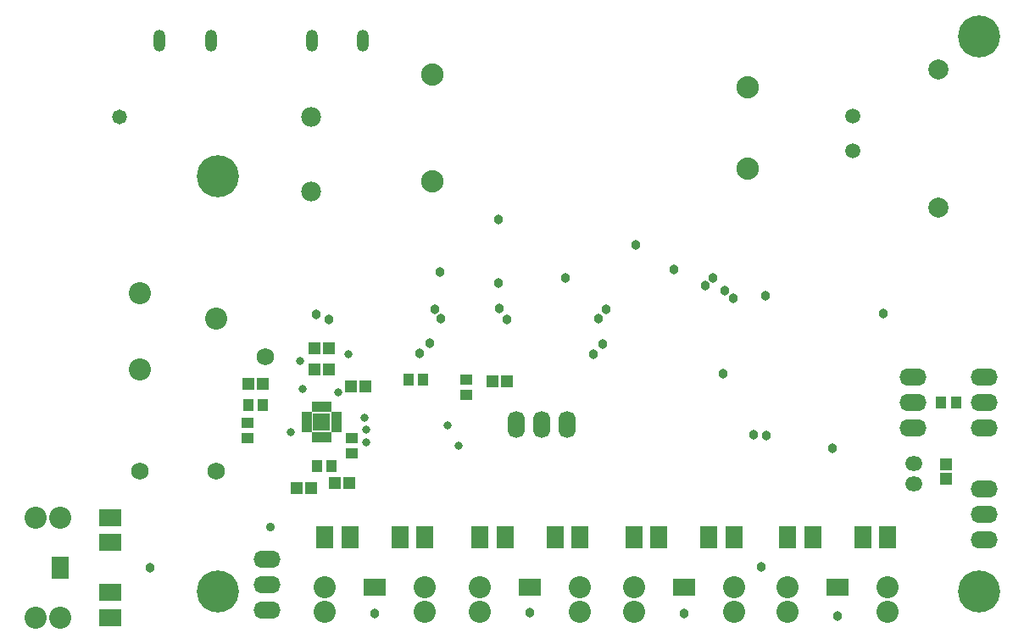
<source format=gbs>
G04*
G04 #@! TF.GenerationSoftware,Altium Limited,Altium Designer,20.0.13 (296)*
G04*
G04 Layer_Color=16711935*
%FSLAX25Y25*%
%MOIN*%
G70*
G01*
G75*
%ADD17R,0.04934X0.04540*%
%ADD18R,0.04343X0.05131*%
%ADD19R,0.04540X0.04934*%
%ADD20R,0.05131X0.04343*%
%ADD29C,0.06800*%
%ADD30O,0.06800X0.05721*%
%ADD31O,0.06800X0.10642*%
%ADD32O,0.10642X0.06800*%
%ADD33R,0.06800X0.08674*%
%ADD34R,0.08674X0.06800*%
%ADD35C,0.08674*%
%ADD36R,0.06800X0.08674*%
%ADD37R,0.08674X0.06800*%
%ADD38C,0.08800*%
%ADD39C,0.05918*%
%ADD40O,0.04737X0.08674*%
%ADD41C,0.07800*%
%ADD42C,0.07887*%
%ADD43C,0.03300*%
%ADD44C,0.03800*%
%ADD45C,0.03200*%
%ADD46C,0.03600*%
%ADD47C,0.16548*%
%ADD48C,0.05800*%
%ADD88R,0.06700X0.06700*%
%ADD89R,0.03900X0.01900*%
%ADD90R,0.01900X0.03900*%
D17*
X365000Y67854D02*
D03*
Y62146D02*
D03*
D18*
X96453Y91000D02*
D03*
X90547D02*
D03*
X159453Y101000D02*
D03*
X153547D02*
D03*
X123453Y67000D02*
D03*
X117547D02*
D03*
X363047Y92000D02*
D03*
X368953D02*
D03*
D19*
X131146Y98500D02*
D03*
X136854D02*
D03*
X96354Y99500D02*
D03*
X90646D02*
D03*
X116646Y105000D02*
D03*
X122354D02*
D03*
X116646Y113500D02*
D03*
X122354D02*
D03*
X124646Y60500D02*
D03*
X130354D02*
D03*
X115354Y58500D02*
D03*
X109646D02*
D03*
X186646Y100500D02*
D03*
X192354D02*
D03*
D20*
X131500Y77953D02*
D03*
Y72047D02*
D03*
X90500Y83953D02*
D03*
Y78047D02*
D03*
X176500Y95047D02*
D03*
Y100953D02*
D03*
D29*
X97500Y110000D02*
D03*
X48000Y65000D02*
D03*
X78000D02*
D03*
D30*
X352500Y60063D02*
D03*
Y67937D02*
D03*
D31*
X206000Y83500D02*
D03*
X216000D02*
D03*
X196000D02*
D03*
D32*
X98000Y20500D02*
D03*
Y30500D02*
D03*
Y10500D02*
D03*
X380000Y48000D02*
D03*
Y58000D02*
D03*
Y38000D02*
D03*
X352000Y92000D02*
D03*
Y102000D02*
D03*
Y82000D02*
D03*
X380000Y92000D02*
D03*
Y102000D02*
D03*
Y82000D02*
D03*
D33*
X16815Y27158D02*
D03*
D34*
X36500Y37000D02*
D03*
Y17315D02*
D03*
Y7472D02*
D03*
Y46843D02*
D03*
D35*
X6972D02*
D03*
X16815D02*
D03*
X6972Y7472D02*
D03*
X16815D02*
D03*
X342185Y19500D02*
D03*
Y9657D02*
D03*
X302815Y19500D02*
D03*
Y9657D02*
D03*
X281685Y19500D02*
D03*
Y9657D02*
D03*
X242315Y19500D02*
D03*
Y9657D02*
D03*
X221185Y19500D02*
D03*
Y9657D02*
D03*
X181815Y19500D02*
D03*
Y9657D02*
D03*
X160185Y19500D02*
D03*
Y9657D02*
D03*
X120815Y19500D02*
D03*
Y9657D02*
D03*
X48000Y105000D02*
D03*
Y135000D02*
D03*
X78000Y125000D02*
D03*
D36*
X302815Y39185D02*
D03*
X342185D02*
D03*
X332343D02*
D03*
X312657D02*
D03*
X242315D02*
D03*
X281685D02*
D03*
X271843D02*
D03*
X252157D02*
D03*
X181815D02*
D03*
X221185D02*
D03*
X211343D02*
D03*
X191657D02*
D03*
X120815D02*
D03*
X160185D02*
D03*
X150343D02*
D03*
X130657D02*
D03*
D37*
X322500Y19500D02*
D03*
X262000D02*
D03*
X201500D02*
D03*
X140500D02*
D03*
D38*
X162992Y221063D02*
D03*
Y178937D02*
D03*
X287008Y184055D02*
D03*
Y215945D02*
D03*
D39*
X328500Y204890D02*
D03*
Y191110D02*
D03*
D40*
X115567Y234500D02*
D03*
X76000D02*
D03*
X135843D02*
D03*
X55724D02*
D03*
D41*
X115500Y174972D02*
D03*
Y204500D02*
D03*
D42*
X362000Y223116D02*
D03*
Y168884D02*
D03*
D43*
X130000Y111000D02*
D03*
X136500Y86000D02*
D03*
X126000Y96000D02*
D03*
X173500Y75000D02*
D03*
X169000Y83000D02*
D03*
X111000Y108500D02*
D03*
X112000Y97500D02*
D03*
X137000Y81500D02*
D03*
D44*
X294500Y79000D02*
D03*
X289500Y79500D02*
D03*
X294000Y134000D02*
D03*
X292500Y27500D02*
D03*
X52000Y27000D02*
D03*
X140500Y9000D02*
D03*
X201500Y9500D02*
D03*
X262000Y9000D02*
D03*
X322500Y8000D02*
D03*
X277500Y103500D02*
D03*
X243000Y154000D02*
D03*
X215500Y141000D02*
D03*
X166000Y143500D02*
D03*
X189000Y164000D02*
D03*
Y139000D02*
D03*
X278000Y136000D02*
D03*
X281500Y133000D02*
D03*
X273500Y141000D02*
D03*
X270500Y138000D02*
D03*
X226500Y111000D02*
D03*
X230000Y115000D02*
D03*
X158000Y111500D02*
D03*
X162000Y115500D02*
D03*
X320500Y74000D02*
D03*
X231400Y128600D02*
D03*
X228323Y125000D02*
D03*
X192500Y124900D02*
D03*
X189500Y129000D02*
D03*
X166500Y125000D02*
D03*
X164000Y128600D02*
D03*
X122500Y124900D02*
D03*
X117500Y126906D02*
D03*
X340500Y127000D02*
D03*
X258000Y144500D02*
D03*
D45*
X137000Y76500D02*
D03*
X107500Y80500D02*
D03*
D46*
X99500Y43000D02*
D03*
D47*
X377953Y17717D02*
D03*
Y236221D02*
D03*
X78740Y181102D02*
D03*
Y17717D02*
D03*
D48*
X40000Y204500D02*
D03*
D88*
X119500Y84500D02*
D03*
D89*
X113594Y87453D02*
D03*
Y85484D02*
D03*
Y81547D02*
D03*
Y83516D02*
D03*
X125406Y87453D02*
D03*
Y83516D02*
D03*
Y85484D02*
D03*
Y81547D02*
D03*
D90*
X116547Y90406D02*
D03*
X118516D02*
D03*
X120484D02*
D03*
X122453D02*
D03*
X118516Y78594D02*
D03*
X122453D02*
D03*
X120484D02*
D03*
X116547D02*
D03*
M02*

</source>
